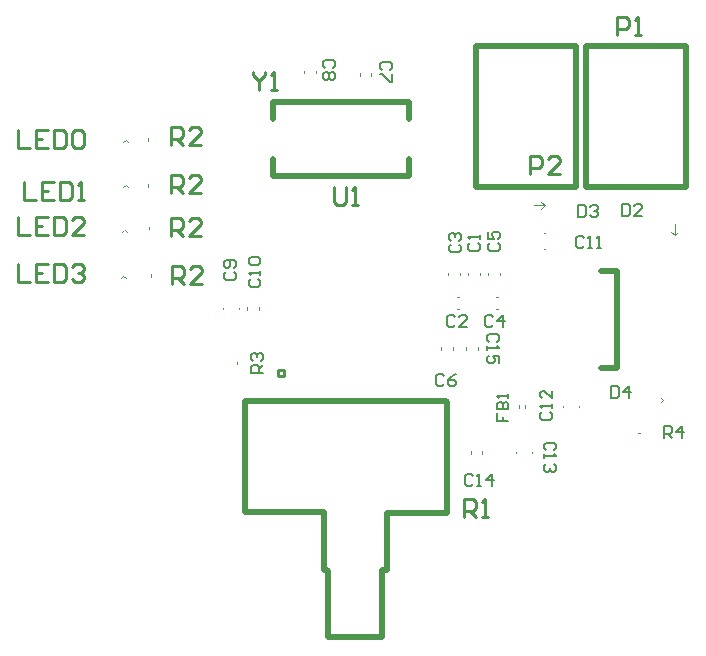
<source format=gto>
%FSLAX25Y25*%
%MOIN*%
G70*
G01*
G75*
G04 Layer_Color=65535*
%ADD10R,0.04331X0.03937*%
%ADD11R,0.03937X0.04331*%
%ADD12R,0.05906X0.05118*%
%ADD13R,0.05118X0.05906*%
%ADD14R,0.06614X0.05984*%
%ADD15R,0.05984X0.06614*%
%ADD16R,0.04724X0.04724*%
%ADD17R,0.02756X0.02756*%
%ADD18R,0.04724X0.04724*%
%ADD19R,0.05906X0.01181*%
%ADD20R,0.01181X0.05906*%
%ADD21R,0.22047X0.22047*%
%ADD22R,0.07874X0.04724*%
%ADD23R,0.21654X0.07874*%
%ADD24C,0.01000*%
%ADD25C,0.01969*%
%ADD26C,0.02756*%
%ADD27C,0.03937*%
%ADD28C,0.07874*%
%ADD29R,0.07874X0.07874*%
%ADD30R,0.05906X0.05906*%
%ADD31C,0.05906*%
%ADD32C,0.05000*%
%ADD33C,0.11811*%
%ADD34C,0.00394*%
%ADD35C,0.00787*%
D24*
X153937Y2362D02*
Y8360D01*
X156936D01*
X157936Y7361D01*
Y5361D01*
X156936Y4361D01*
X153937D01*
X155936D02*
X157936Y2362D01*
X159935D02*
X161934D01*
X160935D01*
Y8360D01*
X159935Y7361D01*
X83866Y150528D02*
Y149528D01*
X85865Y147529D01*
X87865Y149528D01*
Y150528D01*
X85865Y147529D02*
Y144530D01*
X89864D02*
X91864D01*
X90864D01*
Y150528D01*
X89864Y149528D01*
X110630Y112297D02*
Y107299D01*
X111630Y106299D01*
X113629D01*
X114629Y107299D01*
Y112297D01*
X116628Y106299D02*
X118627D01*
X117628D01*
Y112297D01*
X116628Y111298D01*
X56693Y79921D02*
Y85919D01*
X59692D01*
X60692Y84920D01*
Y82920D01*
X59692Y81921D01*
X56693D01*
X58692D02*
X60692Y79921D01*
X66690D02*
X62691D01*
X66690Y83920D01*
Y84920D01*
X65690Y85919D01*
X63691D01*
X62691Y84920D01*
X56299Y96063D02*
Y102061D01*
X59298D01*
X60298Y101061D01*
Y99062D01*
X59298Y98062D01*
X56299D01*
X58299D02*
X60298Y96063D01*
X66296D02*
X62297D01*
X66296Y100062D01*
Y101061D01*
X65296Y102061D01*
X63297D01*
X62297Y101061D01*
X56299Y110236D02*
Y116234D01*
X59298D01*
X60298Y115235D01*
Y113235D01*
X59298Y112236D01*
X56299D01*
X58299D02*
X60298Y110236D01*
X66296D02*
X62297D01*
X66296Y114235D01*
Y115235D01*
X65296Y116234D01*
X63297D01*
X62297Y115235D01*
X56299Y126378D02*
Y132376D01*
X59298D01*
X60298Y131376D01*
Y129377D01*
X59298Y128377D01*
X56299D01*
X58299D02*
X60298Y126378D01*
X66296D02*
X62297D01*
X66296Y130377D01*
Y131376D01*
X65296Y132376D01*
X63297D01*
X62297Y131376D01*
X175984Y116535D02*
Y122534D01*
X178983D01*
X179983Y121534D01*
Y119535D01*
X178983Y118535D01*
X175984D01*
X185981Y116535D02*
X181982D01*
X185981Y120534D01*
Y121534D01*
X184981Y122534D01*
X182982D01*
X181982Y121534D01*
X205118Y162992D02*
Y168990D01*
X208117D01*
X209117Y167991D01*
Y165991D01*
X208117Y164991D01*
X205118D01*
X211116Y162992D02*
X213116D01*
X212116D01*
Y168990D01*
X211116Y167991D01*
X5512Y86707D02*
Y80709D01*
X9510D01*
X15509Y86707D02*
X11510D01*
Y80709D01*
X15509D01*
X11510Y83708D02*
X13509D01*
X17508Y86707D02*
Y80709D01*
X20507D01*
X21507Y81708D01*
Y85707D01*
X20507Y86707D01*
X17508D01*
X23506Y85707D02*
X24506Y86707D01*
X26505D01*
X27505Y85707D01*
Y84707D01*
X26505Y83708D01*
X25505D01*
X26505D01*
X27505Y82708D01*
Y81708D01*
X26505Y80709D01*
X24506D01*
X23506Y81708D01*
X5512Y102455D02*
Y96457D01*
X9510D01*
X15509Y102455D02*
X11510D01*
Y96457D01*
X15509D01*
X11510Y99456D02*
X13509D01*
X17508Y102455D02*
Y96457D01*
X20507D01*
X21507Y97456D01*
Y101455D01*
X20507Y102455D01*
X17508D01*
X27505Y96457D02*
X23506D01*
X27505Y100455D01*
Y101455D01*
X26505Y102455D01*
X24506D01*
X23506Y101455D01*
X7480Y113872D02*
Y107874D01*
X11479D01*
X17477Y113872D02*
X13478D01*
Y107874D01*
X17477D01*
X13478Y110873D02*
X15478D01*
X19476Y113872D02*
Y107874D01*
X22476D01*
X23475Y108874D01*
Y112872D01*
X22476Y113872D01*
X19476D01*
X25475Y107874D02*
X27474D01*
X26474D01*
Y113872D01*
X25475Y112872D01*
X5512Y131195D02*
Y125197D01*
X9510D01*
X15509Y131195D02*
X11510D01*
Y125197D01*
X15509D01*
X11510Y128196D02*
X13509D01*
X17508Y131195D02*
Y125197D01*
X20507D01*
X21507Y126197D01*
Y130195D01*
X20507Y131195D01*
X17508D01*
X23506Y130195D02*
X24506Y131195D01*
X26505D01*
X27505Y130195D01*
Y126197D01*
X26505Y125197D01*
X24506D01*
X23506Y126197D01*
Y130195D01*
X92126Y49213D02*
Y51180D01*
X94094D01*
Y49213D01*
X92126D01*
D25*
X228150Y112205D02*
Y159449D01*
X194685Y112205D02*
X228150D01*
X194685Y159449D02*
X228150D01*
X194685Y112205D02*
Y159449D01*
X191535Y112205D02*
Y159449D01*
X158071Y112205D02*
X191535D01*
X158071Y159449D02*
X191535D01*
X158071Y112205D02*
Y159449D01*
X81102Y3937D02*
X81102Y3937D01*
X107480D01*
Y-15354D02*
Y3937D01*
Y-15354D02*
X108268D01*
X108661Y-15748D01*
Y-37795D02*
Y-15748D01*
Y-37795D02*
X126772D01*
Y-15354D01*
X128347D01*
Y3543D01*
X148425D01*
X81102Y3937D02*
Y40945D01*
X148031D01*
X148425Y40551D01*
Y3543D02*
Y40551D01*
X199606Y51968D02*
X205118D01*
Y84252D01*
X199606D02*
X205118D01*
X90551Y140551D02*
X135827D01*
X90551Y135039D02*
Y140551D01*
X135827Y135039D02*
Y140551D01*
Y116142D02*
Y121653D01*
X90551Y116142D02*
Y121653D01*
Y116142D02*
X135827D01*
D34*
X155512Y82874D02*
Y83661D01*
X159449Y82874D02*
Y83661D01*
X151772Y75590D02*
X152559D01*
X151772Y71653D02*
X152559D01*
X148819Y82874D02*
Y83661D01*
X152756Y82874D02*
Y83661D01*
X164764Y71653D02*
X165551D01*
X164764Y75590D02*
X165551D01*
X162205Y82874D02*
Y83661D01*
X166142Y82874D02*
Y83661D01*
X146457Y58071D02*
Y58858D01*
X150394Y58071D02*
Y58858D01*
X73721Y71653D02*
Y72047D01*
X79035Y71653D02*
Y72047D01*
X85827Y71457D02*
Y72244D01*
X81890Y71457D02*
Y72244D01*
X180709Y97146D02*
X181102D01*
X180709Y91831D02*
X181102D01*
X192421Y38976D02*
Y39370D01*
X187106Y38976D02*
Y39370D01*
X171358Y23622D02*
Y24016D01*
X176673Y23622D02*
Y24016D01*
X160236Y23425D02*
Y24213D01*
X156299Y23425D02*
Y24213D01*
X154724Y58071D02*
Y58858D01*
X158661Y58071D02*
Y58858D01*
X224311Y96358D02*
Y100098D01*
X224409Y96358D02*
X225541Y97490D01*
X223179D02*
X224311Y96358D01*
X177264Y106201D02*
X181004D01*
X179872Y107431D02*
X181004Y106299D01*
X179872Y105069D02*
X181004Y106201D01*
X219833Y42175D02*
X220571Y41437D01*
X219833Y40600D02*
X220571Y41339D01*
X172244Y38681D02*
Y39665D01*
X174409Y38681D02*
Y39665D01*
X40501Y127312D02*
X41240Y128050D01*
X41338Y128050D02*
X42076Y127312D01*
X40501Y112352D02*
X41240Y113090D01*
X41338Y113090D02*
X42076Y112352D01*
X40108Y97391D02*
X40846Y98129D01*
X40944Y98129D02*
X41682Y97391D01*
X39714Y82037D02*
X40452Y82775D01*
X40551Y82775D02*
X41289Y82037D01*
X49606Y82480D02*
Y83268D01*
X49213Y98228D02*
Y99016D01*
X48819Y112402D02*
Y113189D01*
Y127756D02*
Y128543D01*
X78347Y53347D02*
Y54134D01*
X212008Y30315D02*
X212795D01*
X123228Y149409D02*
Y150197D01*
X119291Y149409D02*
Y150197D01*
X104724D02*
Y150984D01*
X100787Y150197D02*
Y150984D01*
D35*
X203150Y46062D02*
Y42126D01*
X205118D01*
X205773Y42782D01*
Y45406D01*
X205118Y46062D01*
X203150D01*
X209053Y42126D02*
Y46062D01*
X207085Y44094D01*
X209709D01*
X220866Y28740D02*
Y32676D01*
X222834D01*
X223490Y32020D01*
Y30708D01*
X222834Y30052D01*
X220866D01*
X222178D02*
X223490Y28740D01*
X226770D02*
Y32676D01*
X224802Y30708D01*
X227426D01*
X87008Y50394D02*
X83072D01*
Y52362D01*
X83728Y53017D01*
X85040D01*
X85696Y52362D01*
Y50394D01*
Y51706D02*
X87008Y53017D01*
X83728Y54329D02*
X83072Y54985D01*
Y56297D01*
X83728Y56953D01*
X84384D01*
X85040Y56297D01*
Y55641D01*
Y56297D01*
X85696Y56953D01*
X86352D01*
X87008Y56297D01*
Y54985D01*
X86352Y54329D01*
X164962Y36876D02*
Y34252D01*
X166930D01*
Y35564D01*
Y34252D01*
X168898D01*
X164962Y38188D02*
X168898D01*
Y40156D01*
X168242Y40811D01*
X167586D01*
X166930Y40156D01*
Y38188D01*
Y40156D01*
X166274Y40811D01*
X165618D01*
X164962Y40156D01*
Y38188D01*
X168898Y42123D02*
Y43435D01*
Y42779D01*
X164962D01*
X165618Y42123D01*
X192126Y106298D02*
Y102362D01*
X194094D01*
X194750Y103018D01*
Y105642D01*
X194094Y106298D01*
X192126D01*
X196062Y105642D02*
X196718Y106298D01*
X198030D01*
X198686Y105642D01*
Y104986D01*
X198030Y104330D01*
X197374D01*
X198030D01*
X198686Y103674D01*
Y103018D01*
X198030Y102362D01*
X196718D01*
X196062Y103018D01*
X206693Y106692D02*
Y102756D01*
X208661D01*
X209317Y103412D01*
Y106036D01*
X208661Y106692D01*
X206693D01*
X213252Y102756D02*
X210629D01*
X213252Y105380D01*
Y106036D01*
X212597Y106692D01*
X211285D01*
X210629Y106036D01*
X165091Y60762D02*
X165747Y61418D01*
Y62730D01*
X165091Y63386D01*
X162467D01*
X161811Y62730D01*
Y61418D01*
X162467Y60762D01*
X161811Y59450D02*
Y58138D01*
Y58794D01*
X165747D01*
X165091Y59450D01*
X165747Y53547D02*
Y56170D01*
X163779D01*
X164435Y54858D01*
Y54202D01*
X163779Y53547D01*
X162467D01*
X161811Y54202D01*
Y55514D01*
X162467Y56170D01*
X156955Y15878D02*
X156299Y16534D01*
X154987D01*
X154331Y15878D01*
Y13254D01*
X154987Y12598D01*
X156299D01*
X156955Y13254D01*
X158266Y12598D02*
X159578D01*
X158922D01*
Y16534D01*
X158266Y15878D01*
X163514Y12598D02*
Y16534D01*
X161546Y14566D01*
X164170D01*
X183988Y24542D02*
X184644Y25197D01*
Y26509D01*
X183988Y27165D01*
X181365D01*
X180709Y26509D01*
Y25197D01*
X181365Y24542D01*
X180709Y23230D02*
Y21918D01*
Y22574D01*
X184644D01*
X183988Y23230D01*
Y19950D02*
X184644Y19294D01*
Y17982D01*
X183988Y17326D01*
X183333D01*
X182676Y17982D01*
Y18638D01*
Y17982D01*
X182021Y17326D01*
X181365D01*
X180709Y17982D01*
Y19294D01*
X181365Y19950D01*
X180185Y37269D02*
X179529Y36614D01*
Y35302D01*
X180185Y34646D01*
X182809D01*
X183465Y35302D01*
Y36614D01*
X182809Y37269D01*
X183465Y38581D02*
Y39893D01*
Y39237D01*
X179529D01*
X180185Y38581D01*
X183465Y44485D02*
Y41861D01*
X180841Y44485D01*
X180185D01*
X179529Y43829D01*
Y42517D01*
X180185Y41861D01*
X193962Y95406D02*
X193306Y96062D01*
X191995D01*
X191339Y95406D01*
Y92782D01*
X191995Y92126D01*
X193306D01*
X193962Y92782D01*
X195274Y92126D02*
X196586D01*
X195930D01*
Y96062D01*
X195274Y95406D01*
X198554Y92126D02*
X199866D01*
X199210D01*
Y96062D01*
X198554Y95406D01*
X82941Y81758D02*
X82285Y81102D01*
Y79790D01*
X82941Y79134D01*
X85565D01*
X86221Y79790D01*
Y81102D01*
X85565Y81758D01*
X86221Y83070D02*
Y84382D01*
Y83726D01*
X82285D01*
X82941Y83070D01*
Y86349D02*
X82285Y87005D01*
Y88317D01*
X82941Y88973D01*
X85565D01*
X86221Y88317D01*
Y87005D01*
X85565Y86349D01*
X82941D01*
X74673Y84120D02*
X74017Y83464D01*
Y82152D01*
X74673Y81496D01*
X77297D01*
X77953Y82152D01*
Y83464D01*
X77297Y84120D01*
Y85432D02*
X77953Y86088D01*
Y87400D01*
X77297Y88056D01*
X74673D01*
X74017Y87400D01*
Y86088D01*
X74673Y85432D01*
X75329D01*
X75985Y86088D01*
Y88056D01*
X110366Y152101D02*
X111022Y152757D01*
Y154069D01*
X110366Y154724D01*
X107743D01*
X107087Y154069D01*
Y152757D01*
X107743Y152101D01*
X110366Y150789D02*
X111022Y150133D01*
Y148821D01*
X110366Y148165D01*
X109710D01*
X109055Y148821D01*
X108398Y148165D01*
X107743D01*
X107087Y148821D01*
Y150133D01*
X107743Y150789D01*
X108398D01*
X109055Y150133D01*
X109710Y150789D01*
X110366D01*
X109055Y150133D02*
Y148821D01*
X129264Y151313D02*
X129920Y151969D01*
Y153281D01*
X129264Y153937D01*
X126640D01*
X125984Y153281D01*
Y151969D01*
X126640Y151313D01*
X129920Y150001D02*
Y147377D01*
X129264D01*
X126640Y150001D01*
X125984D01*
X147506Y49343D02*
X146850Y49999D01*
X145538D01*
X144882Y49343D01*
Y46719D01*
X145538Y46063D01*
X146850D01*
X147506Y46719D01*
X151442Y49999D02*
X150129Y49343D01*
X148818Y48031D01*
Y46719D01*
X149474Y46063D01*
X150786D01*
X151442Y46719D01*
Y47375D01*
X150786Y48031D01*
X148818D01*
X163647Y69028D02*
X162991Y69684D01*
X161680D01*
X161024Y69028D01*
Y66404D01*
X161680Y65748D01*
X162991D01*
X163647Y66404D01*
X166927Y65748D02*
Y69684D01*
X164959Y67716D01*
X167583D01*
X151049Y69028D02*
X150393Y69684D01*
X149081D01*
X148425Y69028D01*
Y66404D01*
X149081Y65748D01*
X150393D01*
X151049Y66404D01*
X154985Y65748D02*
X152361D01*
X154985Y68372D01*
Y69028D01*
X154329Y69684D01*
X153017D01*
X152361Y69028D01*
X156169Y93569D02*
X155513Y92913D01*
Y91601D01*
X156169Y90945D01*
X158793D01*
X159449Y91601D01*
Y92913D01*
X158793Y93569D01*
X159449Y94881D02*
Y96193D01*
Y95537D01*
X155513D01*
X156169Y94881D01*
X149870Y93175D02*
X149214Y92519D01*
Y91207D01*
X149870Y90551D01*
X152494D01*
X153150Y91207D01*
Y92519D01*
X152494Y93175D01*
X149870Y94487D02*
X149214Y95143D01*
Y96455D01*
X149870Y97111D01*
X150526D01*
X151182Y96455D01*
Y95799D01*
Y96455D01*
X151838Y97111D01*
X152494D01*
X153150Y96455D01*
Y95143D01*
X152494Y94487D01*
X162862Y93569D02*
X162206Y92913D01*
Y91601D01*
X162862Y90945D01*
X165486D01*
X166142Y91601D01*
Y92913D01*
X165486Y93569D01*
X162206Y97504D02*
Y94881D01*
X164174D01*
X163518Y96193D01*
Y96848D01*
X164174Y97504D01*
X165486D01*
X166142Y96848D01*
Y95537D01*
X165486Y94881D01*
M02*

</source>
